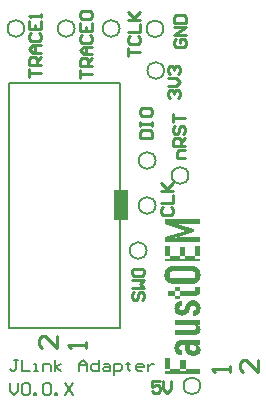
<source format=gto>
G04*
G04 #@! TF.GenerationSoftware,Altium Limited,Altium Designer,23.0.1 (38)*
G04*
G04 Layer_Color=65535*
%FSLAX43Y43*%
%MOMM*%
G71*
G04*
G04 #@! TF.SameCoordinates,389A4634-ECA2-436D-B02D-3AC99B3800AC*
G04*
G04*
G04 #@! TF.FilePolarity,Positive*
G04*
G01*
G75*
%ADD10C,0.200*%
%ADD11C,0.254*%
G36*
X36068Y43625D02*
X34914D01*
Y41084D01*
X36068D01*
Y43625D01*
D02*
G37*
G36*
X42212Y40715D02*
X40269D01*
X41704Y40273D01*
Y40019D01*
X40334Y39586D01*
X42212D01*
Y39168D01*
X39212D01*
Y39596D01*
X40971Y40146D01*
X39212Y40715D01*
Y41124D01*
X42212D01*
Y40715D01*
D02*
G37*
G36*
X39645Y38021D02*
X39212D01*
Y38881D01*
X39645D01*
Y38021D01*
D02*
G37*
G36*
X42212D02*
X41779D01*
Y37785D01*
X42212D01*
Y37569D01*
X39212D01*
Y37785D01*
X39645D01*
Y38021D01*
X40505D01*
Y38778D01*
X40938D01*
Y38021D01*
X40505D01*
Y37785D01*
X40938D01*
Y38021D01*
X41779D01*
Y38881D01*
X42212D01*
Y38021D01*
D02*
G37*
G36*
X41596Y37174D02*
X41653Y37170D01*
X41714Y37155D01*
X41779Y37141D01*
X41845Y37118D01*
X41911Y37090D01*
X41916Y37085D01*
X41939Y37076D01*
X41968Y37052D01*
X42000Y37024D01*
X42043Y36986D01*
X42080Y36944D01*
X42123Y36892D01*
X42156Y36831D01*
X42160Y36822D01*
X42170Y36803D01*
X42184Y36765D01*
X42198Y36718D01*
X42212Y36657D01*
X42226Y36587D01*
X42236Y36507D01*
X42240Y36422D01*
Y36384D01*
X42236Y36337D01*
X42231Y36281D01*
X42221Y36220D01*
X42203Y36149D01*
X42184Y36079D01*
X42156Y36013D01*
X42151Y36004D01*
X42141Y35985D01*
X42118Y35957D01*
X42094Y35919D01*
X42057Y35877D01*
X42015Y35834D01*
X41968Y35792D01*
X41911Y35754D01*
X41902Y35750D01*
X41883Y35740D01*
X41845Y35726D01*
X41798Y35712D01*
X41742Y35693D01*
X41676Y35679D01*
X41601Y35670D01*
X41516Y35665D01*
X39908D01*
X39904D01*
X39899D01*
X39871D01*
X39828Y35670D01*
X39772Y35674D01*
X39711Y35689D01*
X39645Y35703D01*
X39579Y35726D01*
X39513Y35754D01*
X39504Y35759D01*
X39485Y35773D01*
X39457Y35792D01*
X39419Y35820D01*
X39382Y35858D01*
X39339Y35900D01*
X39297Y35952D01*
X39264Y36013D01*
X39259Y36022D01*
X39250Y36046D01*
X39236Y36079D01*
X39222Y36131D01*
X39208Y36192D01*
X39194Y36257D01*
X39184Y36337D01*
X39180Y36422D01*
Y36464D01*
X39184Y36507D01*
X39189Y36563D01*
X39198Y36629D01*
X39217Y36695D01*
X39236Y36765D01*
X39264Y36831D01*
X39269Y36840D01*
X39278Y36859D01*
X39302Y36887D01*
X39325Y36925D01*
X39363Y36967D01*
X39405Y37010D01*
X39457Y37052D01*
X39513Y37090D01*
X39523Y37094D01*
X39542Y37104D01*
X39579Y37118D01*
X39626Y37137D01*
X39683Y37151D01*
X39748Y37165D01*
X39824Y37174D01*
X39908Y37179D01*
X41516D01*
X41521D01*
X41526D01*
X41554D01*
X41596Y37174D01*
D02*
G37*
G36*
X40491Y35063D02*
X40068D01*
Y34617D01*
X39447D01*
Y35063D01*
X40068D01*
Y35359D01*
X40491D01*
Y35063D01*
D02*
G37*
G36*
X42221Y35120D02*
X42217Y35101D01*
X42212Y35054D01*
X42203Y34993D01*
X42188Y34927D01*
X42160Y34861D01*
X42127Y34795D01*
X42080Y34744D01*
X42076Y34739D01*
X42052Y34725D01*
X42019Y34701D01*
X41972Y34682D01*
X41916Y34659D01*
X41841Y34635D01*
X41756Y34621D01*
X41657Y34617D01*
X40491D01*
Y34410D01*
X40068D01*
Y34617D01*
X40491D01*
Y35063D01*
X41615D01*
X41620D01*
X41629D01*
X41643D01*
X41662Y35068D01*
X41704Y35077D01*
X41742Y35101D01*
X41751Y35110D01*
X41765Y35129D01*
X41779Y35162D01*
X41789Y35209D01*
Y35359D01*
X42221D01*
Y35120D01*
D02*
G37*
G36*
X41676Y34264D02*
X41723Y34259D01*
X41775Y34250D01*
X41831Y34231D01*
X41892Y34212D01*
X41949Y34184D01*
X41953Y34179D01*
X41972Y34170D01*
X41996Y34151D01*
X42029Y34128D01*
X42062Y34095D01*
X42099Y34052D01*
X42132Y34005D01*
X42165Y33954D01*
X42170Y33949D01*
X42174Y33930D01*
X42188Y33897D01*
X42203Y33855D01*
X42217Y33803D01*
X42226Y33747D01*
X42236Y33681D01*
X42240Y33606D01*
Y33573D01*
X42236Y33535D01*
X42231Y33488D01*
X42221Y33437D01*
X42207Y33375D01*
X42188Y33314D01*
X42165Y33258D01*
X42160Y33253D01*
X42151Y33234D01*
X42132Y33206D01*
X42109Y33173D01*
X42076Y33136D01*
X42038Y33098D01*
X41991Y33060D01*
X41939Y33028D01*
X41935Y33023D01*
X41911Y33013D01*
X41883Y33004D01*
X41841Y32990D01*
X41789Y32971D01*
X41732Y32962D01*
X41667Y32952D01*
X41596Y32948D01*
X41568D01*
Y33380D01*
X41591D01*
X41596D01*
X41610D01*
X41629Y33385D01*
X41657Y33390D01*
X41718Y33408D01*
X41747Y33422D01*
X41775Y33441D01*
X41779Y33446D01*
X41784Y33451D01*
X41794Y33465D01*
X41808Y33484D01*
X41822Y33507D01*
X41831Y33535D01*
X41836Y33568D01*
X41841Y33606D01*
Y33625D01*
X41836Y33643D01*
X41831Y33667D01*
X41812Y33723D01*
X41798Y33752D01*
X41779Y33775D01*
X41775Y33780D01*
X41765Y33784D01*
X41751Y33794D01*
X41732Y33808D01*
X41709Y33817D01*
X41676Y33827D01*
X41643Y33831D01*
X41605Y33836D01*
X41601D01*
X41591D01*
X41577D01*
X41563Y33831D01*
X41521Y33817D01*
X41479Y33794D01*
X41474D01*
X41469Y33789D01*
X41450Y33766D01*
X41422Y33737D01*
X41399Y33695D01*
Y33690D01*
X41394Y33686D01*
X41385Y33672D01*
X41375Y33653D01*
X41366Y33629D01*
X41352Y33601D01*
X41338Y33563D01*
X41323Y33526D01*
X41319Y33521D01*
X41314Y33502D01*
X41309Y33493D01*
X41305Y33474D01*
X41300Y33469D01*
Y33460D01*
X41295Y33455D01*
Y33451D01*
X41291Y33446D01*
X41286Y33427D01*
X41272Y33404D01*
X41258Y33371D01*
X41239Y33333D01*
X41220Y33291D01*
X41173Y33211D01*
X41168Y33206D01*
X41159Y33197D01*
X41145Y33178D01*
X41121Y33154D01*
X41093Y33126D01*
X41060Y33098D01*
X41023Y33070D01*
X40980Y33042D01*
X40975Y33037D01*
X40957Y33032D01*
X40928Y33023D01*
X40891Y33009D01*
X40849Y32995D01*
X40792Y32985D01*
X40731Y32980D01*
X40665Y32976D01*
X40656D01*
X40632D01*
X40599Y32980D01*
X40552Y32985D01*
X40501Y32995D01*
X40444Y33009D01*
X40388Y33028D01*
X40331Y33051D01*
X40327Y33056D01*
X40308Y33065D01*
X40280Y33084D01*
X40247Y33107D01*
X40214Y33136D01*
X40176Y33173D01*
X40143Y33216D01*
X40110Y33263D01*
X40106Y33267D01*
X40096Y33286D01*
X40087Y33319D01*
X40068Y33357D01*
X40054Y33404D01*
X40045Y33460D01*
X40035Y33526D01*
X40030Y33592D01*
Y33625D01*
X40035Y33658D01*
X40040Y33705D01*
X40049Y33752D01*
X40063Y33808D01*
X40082Y33864D01*
X40106Y33916D01*
X40110Y33921D01*
X40120Y33940D01*
X40139Y33963D01*
X40162Y33996D01*
X40190Y34029D01*
X40228Y34067D01*
X40270Y34099D01*
X40322Y34132D01*
X40327Y34137D01*
X40345Y34146D01*
X40374Y34156D01*
X40411Y34170D01*
X40463Y34184D01*
X40515Y34198D01*
X40581Y34203D01*
X40646Y34208D01*
X40670D01*
X40675Y33775D01*
X40646D01*
X40642D01*
X40628D01*
X40613Y33770D01*
X40590D01*
X40538Y33752D01*
X40515Y33742D01*
X40491Y33723D01*
X40487D01*
X40482Y33714D01*
X40463Y33690D01*
X40444Y33648D01*
X40435Y33620D01*
Y33578D01*
X40440Y33563D01*
X40444Y33545D01*
X40458Y33498D01*
X40477Y33474D01*
X40496Y33455D01*
X40501D01*
X40505Y33446D01*
X40519Y33441D01*
X40538Y33432D01*
X40562Y33422D01*
X40590Y33418D01*
X40660Y33408D01*
X40665D01*
X40675D01*
X40689D01*
X40708Y33413D01*
X40755Y33422D01*
X40802Y33446D01*
X40811Y33455D01*
X40830Y33474D01*
X40858Y33507D01*
X40886Y33549D01*
Y33554D01*
X40891Y33563D01*
X40900Y33578D01*
X40905Y33596D01*
X40914Y33620D01*
X40928Y33648D01*
X40952Y33719D01*
Y33723D01*
X40957Y33728D01*
Y33742D01*
X40961D01*
Y33752D01*
X40966Y33761D01*
X40971Y33780D01*
X40980Y33808D01*
X40999Y33846D01*
X41013Y33888D01*
X41037Y33930D01*
X41055Y33973D01*
X41079Y34015D01*
X41084Y34020D01*
X41088Y34034D01*
X41107Y34052D01*
X41126Y34076D01*
X41149Y34104D01*
X41182Y34137D01*
X41220Y34165D01*
X41267Y34194D01*
X41272Y34198D01*
X41291Y34208D01*
X41319Y34217D01*
X41356Y34231D01*
X41403Y34245D01*
X41464Y34259D01*
X41530Y34264D01*
X41605Y34269D01*
X41615D01*
X41638D01*
X41676Y34264D01*
D02*
G37*
G36*
X42212Y32177D02*
X41949D01*
X41977Y32162D01*
X42071Y32115D01*
X42113Y32083D01*
X42151Y32050D01*
X42156Y32045D01*
X42165Y32031D01*
X42179Y32012D01*
X42193Y31984D01*
X42212Y31946D01*
X42226Y31904D01*
X42236Y31852D01*
X42240Y31800D01*
Y31791D01*
X42236Y31763D01*
X42231Y31720D01*
X42221Y31669D01*
X42203Y31612D01*
X42179Y31551D01*
X42141Y31495D01*
X42094Y31448D01*
X42090Y31443D01*
X42066Y31429D01*
X42033Y31410D01*
X41986Y31391D01*
X41921Y31373D01*
X41845Y31354D01*
X41756Y31340D01*
X41653Y31335D01*
X40068D01*
Y31782D01*
X41648D01*
X41653D01*
X41662D01*
X41681Y31786D01*
X41704D01*
X41751Y31800D01*
X41798Y31829D01*
Y31833D01*
X41808Y31838D01*
X41812Y31852D01*
X41822Y31866D01*
X41836Y31913D01*
X41845Y31979D01*
Y31993D01*
X41841Y32012D01*
Y32035D01*
X41822Y32083D01*
X41812Y32106D01*
X41794Y32125D01*
X41789Y32130D01*
X41784Y32134D01*
X41770Y32144D01*
X41756Y32153D01*
X41732Y32162D01*
X41704Y32167D01*
X41676Y32177D01*
X41949D01*
X41939Y32181D01*
X41906Y32195D01*
X41883Y32200D01*
X41873Y32205D01*
X41638Y32177D01*
X40068D01*
Y32623D01*
X42212D01*
Y32177D01*
D02*
G37*
G36*
Y30465D02*
X42005D01*
X42033Y30456D01*
X42038D01*
X42052Y30446D01*
X42071Y30437D01*
X42090Y30423D01*
X42141Y30376D01*
X42165Y30348D01*
X42188Y30315D01*
Y30310D01*
X42198Y30296D01*
X42203Y30277D01*
X42212Y30254D01*
X42221Y30221D01*
X42231Y30178D01*
X42236Y30136D01*
X42240Y30089D01*
Y30066D01*
X42236Y30047D01*
X42231Y30000D01*
X42221Y29948D01*
X42203Y29882D01*
X42174Y29821D01*
X42141Y29760D01*
X42090Y29704D01*
X42080Y29699D01*
X42062Y29685D01*
X42024Y29661D01*
X41977Y29642D01*
X41911Y29619D01*
X41836Y29595D01*
X41742Y29581D01*
X41638Y29577D01*
X41634D01*
X41624D01*
X41605D01*
X41582Y29581D01*
X41549D01*
X41516Y29586D01*
X41441Y29600D01*
X41352Y29619D01*
X41267Y29652D01*
X41182Y29694D01*
X41107Y29751D01*
X41098Y29760D01*
X41079Y29783D01*
X41051Y29826D01*
X41013Y29882D01*
X40980Y29953D01*
X40952Y30042D01*
X40933Y30145D01*
X40924Y30263D01*
Y30465D01*
X41305D01*
Y30507D01*
X40924Y30479D01*
Y30465D01*
X40660D01*
X40656D01*
X40642D01*
X40623Y30460D01*
X40599D01*
X40543Y30442D01*
X40519Y30428D01*
X40496Y30409D01*
X40491Y30404D01*
X40487Y30399D01*
X40477Y30385D01*
X40463Y30366D01*
X40454Y30343D01*
X40444Y30319D01*
X40440Y30287D01*
X40435Y30249D01*
Y30235D01*
X40440Y30216D01*
X40444Y30197D01*
X40458Y30150D01*
X40477Y30127D01*
X40496Y30108D01*
X40501D01*
X40505Y30098D01*
X40519Y30094D01*
X40538Y30084D01*
X40562Y30075D01*
X40590Y30066D01*
X40623Y30061D01*
X40660Y30056D01*
Y29619D01*
X40656D01*
X40646D01*
X40632D01*
X40609Y29624D01*
X40557Y29628D01*
X40491Y29638D01*
X40416Y29661D01*
X40336Y29689D01*
X40261Y29727D01*
X40195Y29783D01*
X40186Y29793D01*
X40167Y29816D01*
X40143Y29854D01*
X40110Y29906D01*
X40082Y29976D01*
X40054Y30056D01*
X40035Y30150D01*
X40030Y30258D01*
Y30291D01*
X40035Y30329D01*
X40040Y30376D01*
X40049Y30432D01*
X40063Y30489D01*
X40082Y30545D01*
X40106Y30602D01*
X40110Y30606D01*
X40120Y30625D01*
X40139Y30653D01*
X40162Y30686D01*
X40190Y30719D01*
X40228Y30757D01*
X40270Y30790D01*
X40322Y30823D01*
X40327Y30827D01*
X40345Y30837D01*
X40378Y30846D01*
X40416Y30865D01*
X40468Y30879D01*
X40524Y30888D01*
X40590Y30898D01*
X40660Y30902D01*
X42212D01*
Y30465D01*
D02*
G37*
G36*
X39640Y28476D02*
X39212D01*
Y29342D01*
X39640D01*
Y28476D01*
D02*
G37*
G36*
X40966D02*
X40534D01*
Y28241D01*
X40966D01*
Y28476D01*
X42212D01*
Y28025D01*
X39212D01*
Y28241D01*
X39640D01*
Y28476D01*
X40534D01*
Y29238D01*
X40966D01*
Y28476D01*
D02*
G37*
%LPC*%
G36*
X40162Y40747D02*
X40030Y40715D01*
X40269D01*
X40162Y40747D01*
D02*
G37*
G36*
X40334Y39586D02*
X40030D01*
X40200Y39544D01*
X40334Y39586D01*
D02*
G37*
G36*
X41488Y36723D02*
X39932D01*
X39927D01*
X39918D01*
X39899D01*
X39875Y36718D01*
X39824Y36709D01*
X39767Y36685D01*
X39763D01*
X39758Y36681D01*
X39730Y36662D01*
X39692Y36629D01*
X39664Y36582D01*
Y36577D01*
X39659Y36572D01*
X39650Y36558D01*
X39645Y36540D01*
X39631Y36488D01*
X39626Y36422D01*
Y36389D01*
X39631Y36366D01*
X39640Y36314D01*
X39664Y36257D01*
Y36253D01*
X39668Y36248D01*
X39687Y36220D01*
X39720Y36187D01*
X39767Y36154D01*
X39772D01*
X39781Y36149D01*
X39795Y36145D01*
X39814Y36140D01*
X39866Y36126D01*
X39932Y36121D01*
X41488D01*
X41493D01*
X41502D01*
X41521D01*
X41544Y36126D01*
X41601Y36135D01*
X41657Y36154D01*
X41662D01*
X41667Y36163D01*
X41695Y36182D01*
X41728Y36215D01*
X41761Y36257D01*
Y36262D01*
X41765Y36272D01*
X41770Y36286D01*
X41779Y36304D01*
X41794Y36356D01*
X41798Y36422D01*
Y36455D01*
X41794Y36478D01*
X41784Y36530D01*
X41761Y36582D01*
Y36587D01*
X41751Y36591D01*
X41732Y36619D01*
X41700Y36657D01*
X41657Y36685D01*
X41653D01*
X41643Y36690D01*
X41629Y36699D01*
X41610Y36704D01*
X41554Y36718D01*
X41488Y36723D01*
D02*
G37*
G36*
X41794Y30507D02*
X41775D01*
X41770D01*
X41577Y30465D01*
X41305D01*
Y30254D01*
X41309Y30230D01*
X41314Y30202D01*
X41323Y30169D01*
X41342Y30131D01*
X41361Y30098D01*
X41389Y30070D01*
X41394Y30066D01*
X41403Y30061D01*
X41427Y30051D01*
X41450Y30037D01*
X41488Y30023D01*
X41530Y30014D01*
X41582Y30009D01*
X41638Y30004D01*
X41643D01*
X41657D01*
X41676Y30009D01*
X41700D01*
X41751Y30028D01*
X41779Y30037D01*
X41803Y30056D01*
Y30061D01*
X41812Y30066D01*
X41817Y30080D01*
X41826Y30094D01*
X41836Y30117D01*
X41845Y30145D01*
X41850Y30174D01*
X41855Y30211D01*
Y30230D01*
X41850Y30254D01*
X41845Y30282D01*
X41826Y30343D01*
X41812Y30371D01*
X41789Y30399D01*
X41784Y30404D01*
X41775Y30409D01*
X41761Y30418D01*
X41737Y30432D01*
X41704Y30446D01*
X41671Y30456D01*
X41629Y30460D01*
X41577Y30465D01*
X42005D01*
X41949Y30484D01*
X41902Y30493D01*
X41859Y30498D01*
X41826Y30503D01*
X41794Y30507D01*
D02*
G37*
%LPD*%
D10*
X42212Y27024D02*
G03*
X42212Y27024I-710J0D01*
G01*
X41216Y44831D02*
G03*
X41216Y44831I-710J0D01*
G01*
X38429Y46101D02*
G03*
X38429Y46101I-710J0D01*
G01*
X38427Y42291D02*
G03*
X38427Y42291I-710J0D01*
G01*
X37667Y38473D02*
G03*
X37667Y38473I-710J0D01*
G01*
X39091Y57250D02*
G03*
X39091Y57250I-710J0D01*
G01*
X31571Y57277D02*
G03*
X31571Y57277I-710J0D01*
G01*
X35381D02*
G03*
X35381Y57277I-710J0D01*
G01*
X39152Y53721D02*
G03*
X39152Y53721I-710J0D01*
G01*
X27316Y57277D02*
G03*
X27316Y57277I-710J0D01*
G01*
X35459Y31941D02*
Y46016D01*
X26009Y31941D02*
X35459D01*
X26009D02*
Y52641D01*
X35459D01*
Y46016D02*
Y52641D01*
X26774Y29248D02*
X26441D01*
X26608D01*
Y28414D01*
X26441Y28248D01*
X26275D01*
X26108Y28414D01*
X27108Y29248D02*
Y28248D01*
X27774D01*
X28107D02*
X28441D01*
X28274D01*
Y28914D01*
X28107D01*
X28940Y28248D02*
Y28914D01*
X29440D01*
X29607Y28748D01*
Y28248D01*
X29940D02*
Y29248D01*
Y28581D02*
X30440Y28914D01*
X29940Y28581D02*
X30440Y28248D01*
X31939D02*
Y28914D01*
X32273Y29248D01*
X32606Y28914D01*
Y28248D01*
Y28748D01*
X31939D01*
X33606Y29248D02*
Y28248D01*
X33106D01*
X32939Y28414D01*
Y28748D01*
X33106Y28914D01*
X33606D01*
X34105D02*
X34439D01*
X34605Y28748D01*
Y28248D01*
X34105D01*
X33939Y28414D01*
X34105Y28581D01*
X34605D01*
X34938Y27915D02*
Y28914D01*
X35438D01*
X35605Y28748D01*
Y28414D01*
X35438Y28248D01*
X34938D01*
X36105Y29081D02*
Y28914D01*
X35938D01*
X36271D01*
X36105D01*
Y28414D01*
X36271Y28248D01*
X37271D02*
X36938D01*
X36771Y28414D01*
Y28748D01*
X36938Y28914D01*
X37271D01*
X37438Y28748D01*
Y28581D01*
X36771D01*
X37771Y28914D02*
Y28248D01*
Y28581D01*
X37938Y28748D01*
X38104Y28914D01*
X38271D01*
X26108Y27235D02*
Y26568D01*
X26441Y26235D01*
X26774Y26568D01*
Y27235D01*
X27108Y27068D02*
X27274Y27235D01*
X27608D01*
X27774Y27068D01*
Y26402D01*
X27608Y26235D01*
X27274D01*
X27108Y26402D01*
Y27068D01*
X28107Y26235D02*
Y26402D01*
X28274D01*
Y26235D01*
X28107D01*
X28940Y27068D02*
X29107Y27235D01*
X29440D01*
X29607Y27068D01*
Y26402D01*
X29440Y26235D01*
X29107D01*
X28940Y26402D01*
Y27068D01*
X29940Y26235D02*
Y26402D01*
X30107D01*
Y26235D01*
X29940D01*
X30773Y27235D02*
X31440Y26235D01*
Y27235D02*
X30773Y26235D01*
D11*
X44708Y28194D02*
Y28694D01*
Y28444D01*
X43208D01*
X43458Y28194D01*
X47117Y29194D02*
Y28194D01*
X46117Y29194D01*
X45867D01*
X45617Y28944D01*
Y28444D01*
X45867Y28194D01*
X30103Y31226D02*
Y30226D01*
X29103Y31226D01*
X28853D01*
X28603Y30976D01*
Y30476D01*
X28853Y30226D01*
X32512D02*
Y30726D01*
Y30476D01*
X31012D01*
X31262Y30226D01*
X40885Y46355D02*
X40219D01*
Y46855D01*
X40386Y47022D01*
X40885D01*
Y47355D02*
X39886D01*
Y47855D01*
X40052Y48022D01*
X40386D01*
X40552Y47855D01*
Y47355D01*
Y47688D02*
X40885Y48022D01*
X40052Y49021D02*
X39886Y48855D01*
Y48521D01*
X40052Y48355D01*
X40219D01*
X40386Y48521D01*
Y48855D01*
X40552Y49021D01*
X40719D01*
X40885Y48855D01*
Y48521D01*
X40719Y48355D01*
X39886Y49354D02*
Y50021D01*
Y49688D01*
X40885D01*
X36632Y34956D02*
X36465Y34790D01*
Y34457D01*
X36632Y34290D01*
X36799D01*
X36965Y34457D01*
Y34790D01*
X37132Y34956D01*
X37298D01*
X37465Y34790D01*
Y34457D01*
X37298Y34290D01*
X36465Y35290D02*
X37465D01*
X37132Y35623D01*
X37465Y35956D01*
X36465D01*
Y36789D02*
Y36456D01*
X36632Y36289D01*
X37298D01*
X37465Y36456D01*
Y36789D01*
X37298Y36956D01*
X36632D01*
X36465Y36789D01*
X39045Y42195D02*
X38878Y42029D01*
Y41696D01*
X39045Y41529D01*
X39711D01*
X39878Y41696D01*
Y42029D01*
X39711Y42195D01*
X38878Y42529D02*
X39878D01*
Y43195D01*
X38878Y43528D02*
X39878D01*
X39545D01*
X38878Y44195D01*
X39378Y43695D01*
X39878Y44195D01*
X37100Y48006D02*
X38100D01*
Y48506D01*
X37933Y48672D01*
X37267D01*
X37100Y48506D01*
Y48006D01*
Y49006D02*
Y49339D01*
Y49172D01*
X38100D01*
Y49006D01*
Y49339D01*
X37100Y50339D02*
Y50005D01*
X37267Y49839D01*
X37933D01*
X38100Y50005D01*
Y50339D01*
X37933Y50505D01*
X37267D01*
X37100Y50339D01*
X38766Y27416D02*
X38100D01*
Y26916D01*
X38433Y27082D01*
X38600D01*
X38766Y26916D01*
Y26583D01*
X38600Y26416D01*
X38267D01*
X38100Y26583D01*
X39100Y27416D02*
Y26749D01*
X39433Y26416D01*
X39766Y26749D01*
Y27416D01*
X40188Y56419D02*
X40021Y56253D01*
Y55920D01*
X40188Y55753D01*
X40854D01*
X41021Y55920D01*
Y56253D01*
X40854Y56419D01*
X40521D01*
Y56086D01*
X41021Y56753D02*
X40021D01*
X41021Y57419D01*
X40021D01*
Y57752D02*
X41021D01*
Y58252D01*
X40854Y58419D01*
X40188D01*
X40021Y58252D01*
Y57752D01*
X32020Y53086D02*
Y53752D01*
Y53419D01*
X33020D01*
Y54086D02*
X32020D01*
Y54586D01*
X32187Y54752D01*
X32520D01*
X32687Y54586D01*
Y54086D01*
Y54419D02*
X33020Y54752D01*
Y55085D02*
X32354D01*
X32020Y55419D01*
X32354Y55752D01*
X33020D01*
X32520D01*
Y55085D01*
X32187Y56751D02*
X32020Y56585D01*
Y56252D01*
X32187Y56085D01*
X32853D01*
X33020Y56252D01*
Y56585D01*
X32853Y56751D01*
X32020Y57751D02*
Y57085D01*
X33020D01*
Y57751D01*
X32520Y57085D02*
Y57418D01*
X32187Y58084D02*
X32020Y58251D01*
Y58584D01*
X32187Y58751D01*
X32853D01*
X33020Y58584D01*
Y58251D01*
X32853Y58084D01*
X32187D01*
X36084Y54991D02*
Y55657D01*
Y55324D01*
X37084D01*
X36251Y56657D02*
X36084Y56491D01*
Y56157D01*
X36251Y55991D01*
X36917D01*
X37084Y56157D01*
Y56491D01*
X36917Y56657D01*
X36084Y56990D02*
X37084D01*
Y57657D01*
X36084Y57990D02*
X37084D01*
X36751D01*
X36084Y58656D01*
X36584Y58157D01*
X37084Y58656D01*
X39680Y51435D02*
X39513Y51602D01*
Y51935D01*
X39680Y52101D01*
X39847D01*
X40013Y51935D01*
Y51768D01*
Y51935D01*
X40180Y52101D01*
X40346D01*
X40513Y51935D01*
Y51602D01*
X40346Y51435D01*
X39513Y52435D02*
X40180D01*
X40513Y52768D01*
X40180Y53101D01*
X39513D01*
X39680Y53434D02*
X39513Y53601D01*
Y53934D01*
X39680Y54101D01*
X39847D01*
X40013Y53934D01*
Y53768D01*
Y53934D01*
X40180Y54101D01*
X40346D01*
X40513Y53934D01*
Y53601D01*
X40346Y53434D01*
X27702Y53213D02*
Y53879D01*
Y53546D01*
X28702D01*
Y54213D02*
X27702D01*
Y54713D01*
X27869Y54879D01*
X28202D01*
X28369Y54713D01*
Y54213D01*
Y54546D02*
X28702Y54879D01*
Y55212D02*
X28036D01*
X27702Y55546D01*
X28036Y55879D01*
X28702D01*
X28202D01*
Y55212D01*
X27869Y56878D02*
X27702Y56712D01*
Y56379D01*
X27869Y56212D01*
X28535D01*
X28702Y56379D01*
Y56712D01*
X28535Y56878D01*
X27702Y57878D02*
Y57212D01*
X28702D01*
Y57878D01*
X28202Y57212D02*
Y57545D01*
X28702Y58211D02*
Y58545D01*
Y58378D01*
X27702D01*
X27869Y58211D01*
M02*

</source>
